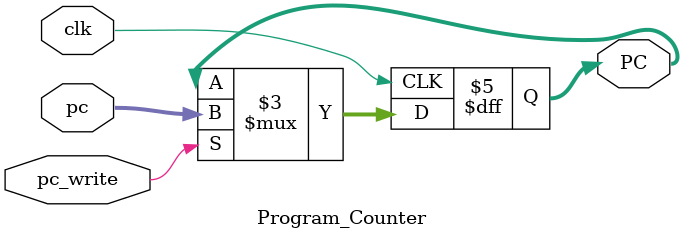
<source format=v>
module Program_Counter(clk,pc,pc_write,PC);
    input clk,pc_write;
    input [31:0]pc;
    output reg [31:0]PC;

    always @(posedge clk) begin
        case (pc_write)
            1'b0: PC <= PC;
            default: PC <= pc;
        endcase
    end
   
endmodule
</source>
